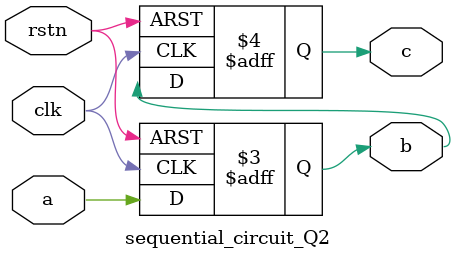
<source format=v>
module sequential_circuit_Q2 (input clk, input rstn, input a, output reg b, output reg c);
always @(posedge clk or negedge rstn) begin
    if (!rstn) begin
        b <= 0;
        c <= 0;
    end else begin
        b <= a;
        c <= b;
    end
end
endmodule

</source>
